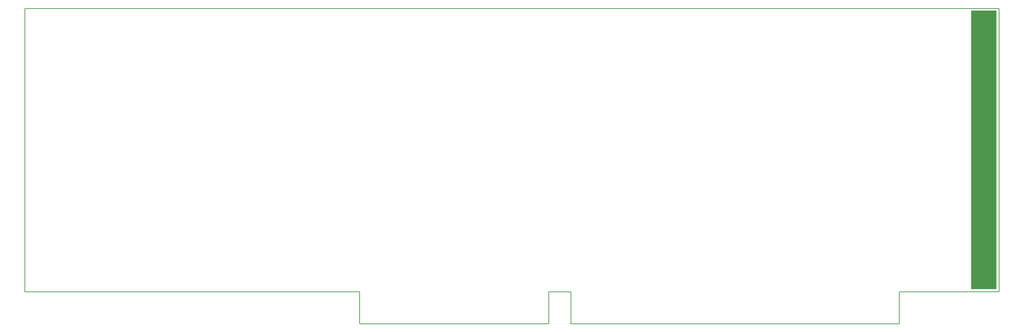
<source format=gbr>
G04 PROTEUS GERBER X2 FILE*
%TF.GenerationSoftware,Labcenter,Proteus,8.9-SP2-Build28501*%
%TF.CreationDate,2021-04-09T23:18:08+00:00*%
%TF.FileFunction,Paste,Bot*%
%TF.FilePolarity,Positive*%
%TF.Part,Single*%
%TF.SameCoordinates,{17eb0ee2-30aa-48b8-b423-7eda7b5b8fc9}*%
%FSLAX45Y45*%
%MOMM*%
G01*
%TA.AperFunction,Material*%
%ADD35R,6.223000X69.342000*%
%TA.AperFunction,Profile*%
%ADD21C,0.203200*%
%TD.AperFunction*%
D35*
X-1916000Y+4471000D03*
D21*
X-4020000Y+940000D02*
X-1537000Y+940000D01*
X-1537000Y+7990000D01*
X-25739000Y+7990000D01*
X-25739000Y+940000D01*
X-12170000Y+150000D02*
X-12170000Y+940000D01*
X-17420000Y+940000D02*
X-25739000Y+940000D01*
X-12170000Y+150000D02*
X-4020000Y+150000D01*
X-4020000Y+940000D01*
X-12720000Y+150000D02*
X-12720000Y+940000D01*
X-12170000Y+940000D01*
X-17420000Y+940000D02*
X-17420000Y+150000D01*
X-12720000Y+150000D01*
M02*

</source>
